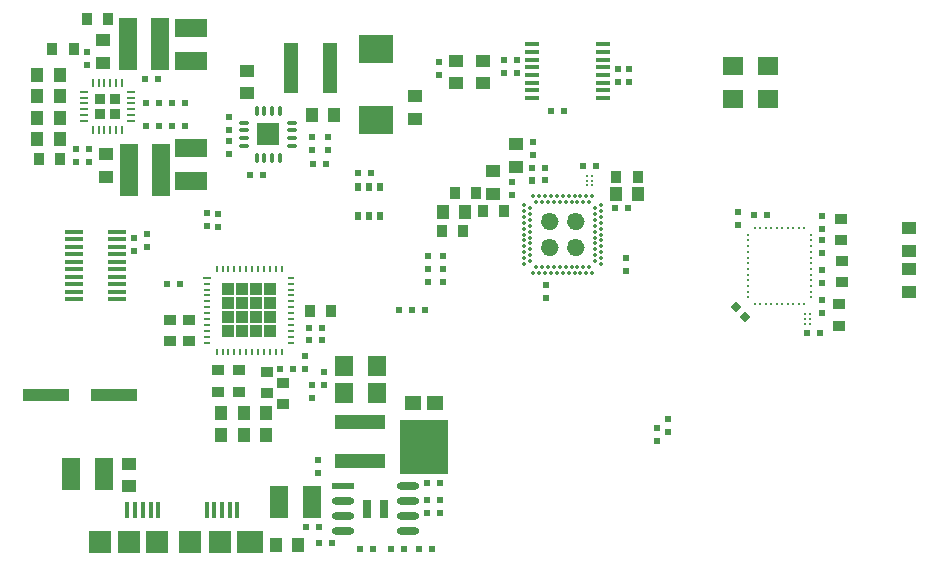
<source format=gtp>
G04*
G04 #@! TF.GenerationSoftware,Altium Limited,Altium Designer,18.1.6 (161)*
G04*
G04 Layer_Color=8421504*
%FSLAX44Y44*%
%MOMM*%
G71*
G01*
G75*
%ADD19C,1.0000*%
%ADD20R,1.0000X1.0000*%
%ADD21R,1.0000X1.0000*%
%ADD22R,1.0000X1.0000*%
%ADD23R,1.0000X1.0000*%
%ADD24R,1.0000X1.0000*%
%ADD25R,0.9000X0.9160*%
%ADD26R,0.9000X0.9000*%
%ADD27R,0.9000X0.9000*%
%ADD28R,0.7000X1.6000*%
%ADD29R,0.7000X1.6000*%
%ADD30R,0.6500X0.2500*%
%ADD31O,0.6500X0.2500*%
%ADD32O,0.2500X0.6500*%
%ADD33R,0.6000X0.6000*%
%ADD34R,0.9000X1.0000*%
G04:AMPARAMS|DCode=35|XSize=0.3mm|YSize=0.3mm|CornerRadius=0.075mm|HoleSize=0mm|Usage=FLASHONLY|Rotation=90.000|XOffset=0mm|YOffset=0mm|HoleType=Round|Shape=RoundedRectangle|*
%AMROUNDEDRECTD35*
21,1,0.3000,0.1500,0,0,90.0*
21,1,0.1500,0.3000,0,0,90.0*
1,1,0.1500,0.0750,0.0750*
1,1,0.1500,0.0750,-0.0750*
1,1,0.1500,-0.0750,-0.0750*
1,1,0.1500,-0.0750,0.0750*
%
%ADD35ROUNDEDRECTD35*%
%ADD36R,1.0000X0.9000*%
%ADD37R,1.3000X1.0000*%
%ADD38R,0.6000X0.6000*%
%ADD39R,1.0000X1.3000*%
%ADD40R,1.6000X1.8000*%
%ADD41C,0.2500*%
%ADD42R,1.2000X0.3000*%
%ADD43R,2.7000X1.6000*%
%ADD44R,1.6000X4.5000*%
%ADD45R,1.8000X1.6000*%
%ADD46R,1.2000X4.2000*%
%ADD47R,1.9500X1.9500*%
%ADD48O,0.3500X1.0000*%
%ADD49O,1.0000X0.3500*%
%ADD50O,0.8000X0.2500*%
%ADD51O,0.2500X0.8000*%
%ADD52R,3.0000X2.4000*%
%ADD53R,1.3000X1.1000*%
%ADD54R,4.0000X1.0000*%
%ADD55R,1.4500X1.1500*%
%ADD56R,4.1500X4.6500*%
%ADD57R,1.6000X2.7000*%
%ADD58C,0.1800*%
%ADD59R,4.2000X1.2000*%
%ADD60R,1.9000X0.6000*%
%ADD61O,1.9000X0.6000*%
%ADD62R,0.6000X0.8000*%
%ADD63P,0.8485X4X360.0*%
%ADD64R,1.9000X1.9000*%
%ADD65R,0.4000X1.4000*%
%ADD66R,2.3000X1.9000*%
%ADD67R,1.6000X0.4000*%
%ADD68R,1.6000X0.4000*%
D19*
X457000Y287000D02*
G03*
X457000Y287000I-2500J0D01*
G01*
X479000D02*
G03*
X479000Y287000I-2500J0D01*
G01*
Y265000D02*
G03*
X479000Y265000I-2500J0D01*
G01*
X457000D02*
G03*
X457000Y265000I-2500J0D01*
G01*
D20*
X206000Y218000D02*
D03*
X194000Y206000D02*
D03*
X218000Y230000D02*
D03*
X206000D02*
D03*
X182000Y206000D02*
D03*
Y194000D02*
D03*
X194000D02*
D03*
X218000Y206000D02*
D03*
Y218000D02*
D03*
D21*
X194000D02*
D03*
X206000Y206000D02*
D03*
D22*
X194000Y230000D02*
D03*
X206000Y194000D02*
D03*
D23*
X182000Y230000D02*
D03*
X218000Y194000D02*
D03*
D24*
X182000Y218000D02*
D03*
D25*
X86501Y377918D02*
D03*
X73499Y391082D02*
D03*
D26*
X86500Y390999D02*
D03*
D27*
X73499Y378002D02*
D03*
D28*
X299750Y43750D02*
D03*
D29*
X314250Y43500D02*
D03*
D30*
X164750Y239500D02*
D03*
D31*
Y234500D02*
D03*
Y229500D02*
D03*
Y224500D02*
D03*
Y219500D02*
D03*
Y214500D02*
D03*
Y209500D02*
D03*
Y204500D02*
D03*
Y199500D02*
D03*
Y194500D02*
D03*
Y189500D02*
D03*
Y184500D02*
D03*
X235250D02*
D03*
Y189500D02*
D03*
Y194500D02*
D03*
Y199500D02*
D03*
Y204500D02*
D03*
Y209500D02*
D03*
Y214500D02*
D03*
Y219500D02*
D03*
Y224500D02*
D03*
Y229500D02*
D03*
Y234500D02*
D03*
Y239500D02*
D03*
D32*
X172500Y176750D02*
D03*
X177500D02*
D03*
X182500D02*
D03*
X187500D02*
D03*
X192500D02*
D03*
X197500D02*
D03*
X202500D02*
D03*
X207500D02*
D03*
X212500D02*
D03*
X217500D02*
D03*
X222500D02*
D03*
X227500D02*
D03*
Y247250D02*
D03*
X222500D02*
D03*
X217500D02*
D03*
X212500D02*
D03*
X207500D02*
D03*
X202500D02*
D03*
X197500D02*
D03*
X192500D02*
D03*
X187500D02*
D03*
X182500D02*
D03*
X177500D02*
D03*
X172500D02*
D03*
D33*
X349000Y212500D02*
D03*
X338000D02*
D03*
X338000Y212500D02*
D03*
X327000D02*
D03*
X237500Y162000D02*
D03*
X226500D02*
D03*
X130500Y234000D02*
D03*
X141500D02*
D03*
X466500Y381000D02*
D03*
X455500D02*
D03*
X439500Y332500D02*
D03*
X450500D02*
D03*
X124000Y368000D02*
D03*
X113000D02*
D03*
X146000D02*
D03*
X135000D02*
D03*
X146000Y387000D02*
D03*
X135000D02*
D03*
X638209Y293000D02*
D03*
X627209D02*
D03*
X493500Y334000D02*
D03*
X482500D02*
D03*
X672000Y192500D02*
D03*
X683000D02*
D03*
X450500Y322000D02*
D03*
X439500D02*
D03*
X520500Y298250D02*
D03*
X509500D02*
D03*
X201000Y326750D02*
D03*
X212000D02*
D03*
X124000Y387000D02*
D03*
X113000D02*
D03*
X122500Y408000D02*
D03*
X111500D02*
D03*
X343500Y10000D02*
D03*
X354500D02*
D03*
X304500Y10000D02*
D03*
X293500D02*
D03*
X248500Y28000D02*
D03*
X259500D02*
D03*
X259500Y14500D02*
D03*
X270500D02*
D03*
X331500Y10000D02*
D03*
X320500D02*
D03*
X261500Y196500D02*
D03*
X250500D02*
D03*
X261500Y187000D02*
D03*
X250500D02*
D03*
X350500Y65500D02*
D03*
X361500D02*
D03*
X265000Y336000D02*
D03*
X254000D02*
D03*
X292500Y328000D02*
D03*
X303500D02*
D03*
D34*
X80500Y458500D02*
D03*
X62500D02*
D03*
X33500Y433000D02*
D03*
X51500D02*
D03*
X374500Y311000D02*
D03*
X392500D02*
D03*
X398000Y296000D02*
D03*
X416000D02*
D03*
X529000Y325000D02*
D03*
X511000D02*
D03*
X251500Y211000D02*
D03*
X269500D02*
D03*
X381000Y279000D02*
D03*
X363000D02*
D03*
X40000Y340000D02*
D03*
X22000D02*
D03*
D35*
X488000Y248250D02*
D03*
X483000D02*
D03*
X478000D02*
D03*
X473000D02*
D03*
X468000D02*
D03*
X463000D02*
D03*
X458000D02*
D03*
X453000D02*
D03*
X448000D02*
D03*
X443000D02*
D03*
X437750Y253500D02*
D03*
Y258500D02*
D03*
Y263500D02*
D03*
Y268500D02*
D03*
Y273500D02*
D03*
Y278500D02*
D03*
Y283500D02*
D03*
Y288500D02*
D03*
Y293500D02*
D03*
Y298500D02*
D03*
X443000Y303750D02*
D03*
X448000D02*
D03*
X453000D02*
D03*
X458000D02*
D03*
X463000D02*
D03*
X468000D02*
D03*
X473000D02*
D03*
X478000D02*
D03*
X483000D02*
D03*
X488000D02*
D03*
X493250Y298500D02*
D03*
Y293500D02*
D03*
Y288500D02*
D03*
Y283500D02*
D03*
Y278500D02*
D03*
Y273500D02*
D03*
Y268500D02*
D03*
Y263500D02*
D03*
Y258500D02*
D03*
Y253500D02*
D03*
X490500Y243250D02*
D03*
X485500D02*
D03*
X480500D02*
D03*
X475500D02*
D03*
X470500D02*
D03*
X465500D02*
D03*
X460500D02*
D03*
X455500D02*
D03*
X450500D02*
D03*
X445500D02*
D03*
X440500D02*
D03*
X432750Y251000D02*
D03*
Y256000D02*
D03*
Y261000D02*
D03*
Y266000D02*
D03*
Y271000D02*
D03*
Y276000D02*
D03*
Y281000D02*
D03*
Y286000D02*
D03*
Y291000D02*
D03*
Y296000D02*
D03*
Y301000D02*
D03*
X440500Y308750D02*
D03*
X445500D02*
D03*
X450500D02*
D03*
X455500D02*
D03*
X460500D02*
D03*
X465500D02*
D03*
X470500D02*
D03*
X475500D02*
D03*
X480500D02*
D03*
X485500D02*
D03*
X490500D02*
D03*
X498250Y301000D02*
D03*
Y296000D02*
D03*
Y291000D02*
D03*
Y286000D02*
D03*
Y281000D02*
D03*
Y276000D02*
D03*
Y271000D02*
D03*
Y266000D02*
D03*
Y261000D02*
D03*
Y256000D02*
D03*
Y251000D02*
D03*
D36*
X701500Y289500D02*
D03*
Y271500D02*
D03*
X702000Y235500D02*
D03*
Y253500D02*
D03*
X149000Y204000D02*
D03*
Y186000D02*
D03*
X133000Y204000D02*
D03*
Y186000D02*
D03*
X191000Y161000D02*
D03*
Y143000D02*
D03*
X174000Y161000D02*
D03*
Y143000D02*
D03*
X228500Y132500D02*
D03*
Y150500D02*
D03*
X215000Y160000D02*
D03*
Y142000D02*
D03*
X699799Y217000D02*
D03*
Y199000D02*
D03*
D37*
X426000Y352500D02*
D03*
Y333500D02*
D03*
X98000Y63000D02*
D03*
Y82000D02*
D03*
X426000Y333500D02*
D03*
Y352500D02*
D03*
X406500Y310500D02*
D03*
Y329500D02*
D03*
X78500Y344000D02*
D03*
Y325000D02*
D03*
X76500Y421500D02*
D03*
Y440500D02*
D03*
X198000Y395500D02*
D03*
Y414500D02*
D03*
X758500Y246500D02*
D03*
Y227500D02*
D03*
Y262500D02*
D03*
Y281500D02*
D03*
X340500Y374000D02*
D03*
Y393000D02*
D03*
D38*
X164500Y294500D02*
D03*
Y283500D02*
D03*
X263000Y148500D02*
D03*
Y159500D02*
D03*
X427000Y412500D02*
D03*
Y423500D02*
D03*
X102500Y261750D02*
D03*
Y272750D02*
D03*
X422500Y309500D02*
D03*
Y320500D02*
D03*
X555000Y108500D02*
D03*
Y119500D02*
D03*
X545000Y101500D02*
D03*
Y112500D02*
D03*
X685250Y235000D02*
D03*
Y246000D02*
D03*
Y260000D02*
D03*
Y271000D02*
D03*
X613515Y295370D02*
D03*
Y284370D02*
D03*
X183000Y355500D02*
D03*
Y344500D02*
D03*
X685250Y291500D02*
D03*
Y280500D02*
D03*
X63000Y430500D02*
D03*
Y419500D02*
D03*
X685250Y210000D02*
D03*
Y221000D02*
D03*
X451500Y233500D02*
D03*
Y222500D02*
D03*
X183000Y364500D02*
D03*
Y375500D02*
D03*
X519500Y245000D02*
D03*
Y256000D02*
D03*
X53000Y348250D02*
D03*
Y337250D02*
D03*
X64000Y348250D02*
D03*
Y337250D02*
D03*
X360500Y422376D02*
D03*
Y411376D02*
D03*
X416000Y412500D02*
D03*
Y423500D02*
D03*
X522000Y416500D02*
D03*
Y405500D02*
D03*
X361500Y40000D02*
D03*
Y51000D02*
D03*
X174000Y293500D02*
D03*
Y282500D02*
D03*
X253000Y148500D02*
D03*
Y137500D02*
D03*
X258000Y74500D02*
D03*
Y85500D02*
D03*
X113500Y265500D02*
D03*
Y276500D02*
D03*
X512000Y416500D02*
D03*
Y405500D02*
D03*
X350500Y51000D02*
D03*
Y40000D02*
D03*
X266500Y358500D02*
D03*
Y347500D02*
D03*
X253000D02*
D03*
Y358500D02*
D03*
X364000Y235500D02*
D03*
Y246500D02*
D03*
X351500Y235500D02*
D03*
Y246500D02*
D03*
X364000Y257500D02*
D03*
Y246500D02*
D03*
X351500Y257500D02*
D03*
Y246500D02*
D03*
X439500Y321750D02*
D03*
Y332750D02*
D03*
X440000Y354500D02*
D03*
Y343500D02*
D03*
X247000Y173500D02*
D03*
Y162500D02*
D03*
D39*
X195500Y106000D02*
D03*
X176500D02*
D03*
X195500Y125000D02*
D03*
X176500D02*
D03*
X214500D02*
D03*
X195500D02*
D03*
X214500Y106000D02*
D03*
X195500D02*
D03*
X241500Y13500D02*
D03*
X222500D02*
D03*
X20500Y393000D02*
D03*
X39500D02*
D03*
X510500Y310500D02*
D03*
X529500D02*
D03*
X39500Y411000D02*
D03*
X20500D02*
D03*
Y375000D02*
D03*
X39500D02*
D03*
X272000Y377000D02*
D03*
X253000D02*
D03*
X39500Y357000D02*
D03*
X20500D02*
D03*
X364000Y295000D02*
D03*
X383000D02*
D03*
D40*
X308000Y142000D02*
D03*
X280000D02*
D03*
X308000Y165000D02*
D03*
X280000D02*
D03*
D41*
X670500Y208500D02*
D03*
Y204500D02*
D03*
Y200500D02*
D03*
X674500Y208500D02*
D03*
Y204500D02*
D03*
Y200500D02*
D03*
X490417Y317571D02*
D03*
Y321571D02*
D03*
Y325570D02*
D03*
X486417Y317571D02*
D03*
Y321571D02*
D03*
Y325570D02*
D03*
D42*
X439500Y437000D02*
D03*
Y430500D02*
D03*
Y424000D02*
D03*
Y417500D02*
D03*
Y411000D02*
D03*
Y404500D02*
D03*
Y398000D02*
D03*
Y391500D02*
D03*
X499500D02*
D03*
Y398000D02*
D03*
Y404500D02*
D03*
Y411000D02*
D03*
Y417500D02*
D03*
Y424000D02*
D03*
Y430500D02*
D03*
Y437000D02*
D03*
D43*
X151000Y349000D02*
D03*
Y321000D02*
D03*
Y423000D02*
D03*
Y451000D02*
D03*
D44*
X98500Y331000D02*
D03*
X125500D02*
D03*
X124500Y437000D02*
D03*
X97500D02*
D03*
D45*
X610000Y390750D02*
D03*
Y418750D02*
D03*
X639500Y390750D02*
D03*
Y418750D02*
D03*
D46*
X268500Y417000D02*
D03*
X235500D02*
D03*
D47*
X216000Y361000D02*
D03*
D48*
X225750Y341000D02*
D03*
X206250D02*
D03*
X212750D02*
D03*
X219250D02*
D03*
X206250Y381000D02*
D03*
X212750D02*
D03*
X219250D02*
D03*
X225750D02*
D03*
D49*
X196000Y351250D02*
D03*
Y357750D02*
D03*
Y364250D02*
D03*
Y370750D02*
D03*
X236000D02*
D03*
Y364250D02*
D03*
Y351250D02*
D03*
Y357750D02*
D03*
D50*
X60000Y372000D02*
D03*
Y377000D02*
D03*
Y382000D02*
D03*
Y387000D02*
D03*
Y392000D02*
D03*
Y397000D02*
D03*
X100000D02*
D03*
Y392000D02*
D03*
Y387000D02*
D03*
Y382000D02*
D03*
Y377000D02*
D03*
Y372000D02*
D03*
D51*
X67500Y404500D02*
D03*
X72500D02*
D03*
X77500D02*
D03*
X82500D02*
D03*
X87500D02*
D03*
X92500D02*
D03*
Y364500D02*
D03*
X87500D02*
D03*
X82500D02*
D03*
X77500D02*
D03*
X72500D02*
D03*
X67500D02*
D03*
D52*
X307000Y433000D02*
D03*
Y373000D02*
D03*
D53*
X398000Y423376D02*
D03*
Y404376D02*
D03*
X375000D02*
D03*
Y423376D02*
D03*
D54*
X86000Y140000D02*
D03*
X28000D02*
D03*
D55*
X357199Y133500D02*
D03*
X338801D02*
D03*
D56*
X348000Y96000D02*
D03*
D57*
X77500Y73000D02*
D03*
X49500D02*
D03*
X253000Y50000D02*
D03*
X225000D02*
D03*
D58*
X675361Y275829D02*
D03*
Y271012D02*
D03*
Y266195D02*
D03*
Y261378D02*
D03*
Y256562D02*
D03*
Y251744D02*
D03*
Y246928D02*
D03*
Y242111D02*
D03*
Y237293D02*
D03*
Y232477D02*
D03*
Y227660D02*
D03*
Y222843D02*
D03*
X669996Y217326D02*
D03*
X665335D02*
D03*
X660675D02*
D03*
X656013D02*
D03*
X651352D02*
D03*
X646692D02*
D03*
X642030D02*
D03*
X637369D02*
D03*
X632709D02*
D03*
X628047D02*
D03*
X622683Y222843D02*
D03*
Y227660D02*
D03*
Y232477D02*
D03*
Y237293D02*
D03*
Y242111D02*
D03*
Y246928D02*
D03*
Y251744D02*
D03*
Y256562D02*
D03*
Y261378D02*
D03*
Y266195D02*
D03*
Y271012D02*
D03*
Y275829D02*
D03*
X628047Y281346D02*
D03*
X632709D02*
D03*
X637369D02*
D03*
X642030D02*
D03*
X646692D02*
D03*
X651352D02*
D03*
X656013D02*
D03*
X660675D02*
D03*
X665335D02*
D03*
X669996D02*
D03*
D59*
X294000Y84500D02*
D03*
Y117500D02*
D03*
D60*
X279200Y63050D02*
D03*
D61*
Y50350D02*
D03*
Y37650D02*
D03*
Y24950D02*
D03*
X334800Y63050D02*
D03*
Y50350D02*
D03*
Y37650D02*
D03*
Y24950D02*
D03*
D62*
X292071Y291583D02*
D03*
X311071D02*
D03*
X301571Y316583D02*
D03*
Y291583D02*
D03*
X292071Y316583D02*
D03*
X311071D02*
D03*
D63*
X619889Y206611D02*
D03*
X612111Y214389D02*
D03*
D64*
X74000Y15500D02*
D03*
X98000D02*
D03*
X122000D02*
D03*
X150000D02*
D03*
X175000D02*
D03*
D65*
X190000Y42500D02*
D03*
X183500D02*
D03*
X177000D02*
D03*
X170500D02*
D03*
X164000D02*
D03*
X123000D02*
D03*
X116500D02*
D03*
X110000D02*
D03*
X103500D02*
D03*
X97000D02*
D03*
D66*
X201000Y15500D02*
D03*
D67*
X88000Y221425D02*
D03*
X52000D02*
D03*
Y227775D02*
D03*
X88000D02*
D03*
X52000Y234125D02*
D03*
X88000D02*
D03*
X52000Y240475D02*
D03*
X88000D02*
D03*
X52000Y246825D02*
D03*
X88000D02*
D03*
D68*
X52000Y253175D02*
D03*
X88000D02*
D03*
X52000Y259525D02*
D03*
X88000D02*
D03*
X52000Y265875D02*
D03*
X88000D02*
D03*
X52000Y272225D02*
D03*
X88000D02*
D03*
X52000Y278575D02*
D03*
X88000D02*
D03*
M02*

</source>
